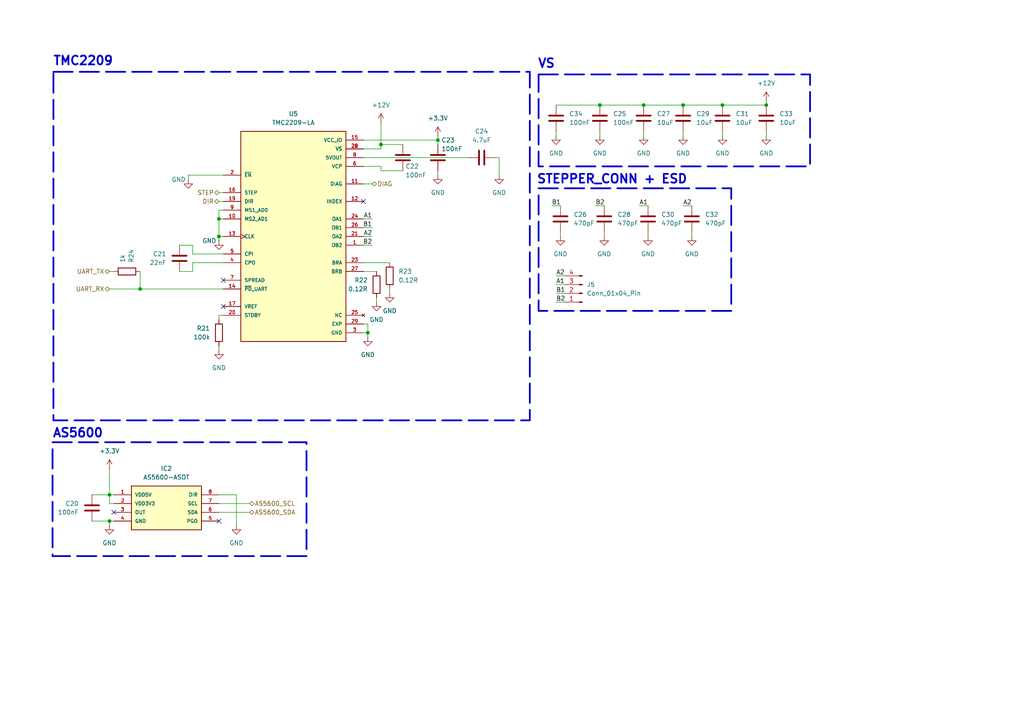
<source format=kicad_sch>
(kicad_sch (version 20231120) (generator "eeschema") (generator_version "8.0")
  (paper "A4")
  (title_block (title "Stepper_Motor_Control") (date "2025-12-15") (rev "V0.1") (company "Drag0th"))
  (lib_symbols
    (symbol "Connector:Conn_01x04_Pin" (pin_names (offset 1.016) hide)
      (property "Reference" "J" (at 0 5.08 0))
      (property "Value" "Conn_01x04_Pin" (at 0 -7.62 0))
      (symbol "Conn_01x04_Pin_1_1"
        (polyline (pts (xy 1.27 -5.08) (xy 0.8636 -5.08)) (stroke (width 0.1524)))
        (polyline (pts (xy 1.27 -2.54) (xy 0.8636 -2.54)) (stroke (width 0.1524)))
        (polyline (pts (xy 1.27 0) (xy 0.8636 0)) (stroke (width 0.1524)))
        (polyline (pts (xy 1.27 2.54) (xy 0.8636 2.54)) (stroke (width 0.1524)))
        (rectangle (start 0.8636 -4.953) (end 0 -5.207) (stroke (width 0.1524)) (fill (type outline)))
        (rectangle (start 0.8636 -2.413) (end 0 -2.667) (stroke (width 0.1524)) (fill (type outline)))
        (rectangle (start 0.8636 0.127) (end 0 -0.127) (stroke (width 0.1524)) (fill (type outline)))
        (rectangle (start 0.8636 2.667) (end 0 2.413) (stroke (width 0.1524)) (fill (type outline)))
        (pin passive line (at 5.08 2.54 180) (length 3.81) (name "Pin_1") (number "1"))
        (pin passive line (at 5.08 0 180) (length 3.81) (name "Pin_2") (number "2"))
        (pin passive line (at 5.08 -2.54 180) (length 3.81) (name "Pin_3") (number "3"))
        (pin passive line (at 5.08 -5.08 180) (length 3.81) (name "Pin_4") (number "4"))
      )
    )
    (symbol "Device:C" (pin_numbers hide) (pin_names (offset 0.254))
      (property "Reference" "C" (at 0.635 2.54 0))
      (property "Value" "C" (at 0.635 -2.54 0))
      (symbol "C_0_1"
        (polyline (pts (xy -2.032 -0.762) (xy 2.032 -0.762)) (stroke (width 0.508)))
        (polyline (pts (xy -2.032 0.762) (xy 2.032 0.762)) (stroke (width 0.508)))
      )
      (symbol "C_1_1"
        (pin passive line (at 0 3.81 270) (length 2.794) (name "~") (number "1"))
        (pin passive line (at 0 -3.81 90) (length 2.794) (name "~") (number "2"))
      )
    )
    (symbol "Device:R" (pin_numbers hide) (pin_names (offset 0))
      (property "Reference" "R" (at 2.032 0 90))
      (property "Value" "R" (at 0 0 90))
      (symbol "R_0_1"
        (rectangle (start -1.016 -2.54) (end 1.016 2.54) (stroke (width 0.254)))
      )
      (symbol "R_1_1"
        (pin passive line (at 0 3.81 270) (length 1.27) (name "~") (number "1"))
        (pin passive line (at 0 -3.81 90) (length 1.27) (name "~") (number "2"))
      )
    )
    (symbol "KSZ_KiCad_Symbol_Library:AS5600-ASOT" (pin_names (offset 1.016))
      (property "Reference" "IC" (at 6.35 5.08 0))
      (property "Value" "AS5600-ASOT" (at 6.35 -12.7 0))
      (symbol "AS5600-ASOT_0_0"
        (rectangle (start 5.08 2.54) (end 25.4 -10.16) (stroke (width 0.254)) (fill (type background)))
      )
      (symbol "AS5600-ASOT_1_0"
        (pin passive line (at 0 0 0) (length 5.08) (name "VDD5V") (number "1"))
        (pin passive line (at 0 -2.54 0) (length 5.08) (name "VDD3V3") (number "2"))
        (pin passive line (at 0 -5.08 0) (length 5.08) (name "OUT") (number "3"))
        (pin passive line (at 0 -7.62 0) (length 5.08) (name "GND") (number "4"))
        (pin passive line (at 30.48 -7.62 180) (length 5.08) (name "PGO") (number "5"))
        (pin passive line (at 30.48 -5.08 180) (length 5.08) (name "SDA") (number "6"))
        (pin passive line (at 30.48 -2.54 180) (length 5.08) (name "SCL") (number "7"))
        (pin passive line (at 30.48 0 180) (length 5.08) (name "DIR") (number "8"))
      )
    )
    (symbol "KSZ_KiCad_Symbol_Library:TMC2209-LA" (pin_names (offset 1.016))
      (property "Reference" "U" (at -15.24 30.48 0))
      (property "Value" "TMC2209-LA" (at -15.24 -33.02 0))
      (symbol "TMC2209-LA_0_0"
        (rectangle (start -15.24 -30.48) (end 15.24 30.48) (stroke (width 0.254)) (fill (type background)))
        (pin output line (at 20.32 -2.54 180) (length 5.08) (name "OB2") (number "1"))
        (pin input line (at -20.32 5.08 0) (length 5.08) (name "MS2_AD1") (number "10"))
        (pin output line (at 20.32 15.24 180) (length 5.08) (name "DIAG") (number "11"))
        (pin output line (at 20.32 10.16 180) (length 5.08) (name "INDEX") (number "12"))
        (pin input clock (at -20.32 0 0) (length 5.08) (name "CLK") (number "13"))
        (pin bidirectional line (at -20.32 -15.24 0) (length 5.08) (name "~{PD}_UART") (number "14"))
        (pin input line (at -20.32 12.7 0) (length 5.08) (name "STEP") (number "16"))
        (pin input line (at -20.32 -20.32 0) (length 5.08) (name "VREF") (number "17"))
        (pin power_in line (at 20.32 -27.94 180) (length 5.08) hide (name "GND") (number "18"))
        (pin input line (at -20.32 10.16 0) (length 5.08) (name "DIR") (number "19"))
        (pin input line (at -20.32 17.78 0) (length 5.08) (name "~{EN}") (number "2"))
        (pin input line (at -20.32 -22.86 0) (length 5.08) (name "STDBY") (number "20"))
        (pin output line (at 20.32 0 180) (length 5.08) (name "OA2") (number "21"))
        (pin bidirectional line (at 20.32 -7.62 180) (length 5.08) (name "BRA") (number "23"))
        (pin output line (at 20.32 5.08 180) (length 5.08) (name "OA1") (number "24"))
        (pin no_connect line (at 20.32 -22.86 180) (length 5.08) (name "NC") (number "25"))
        (pin output line (at 20.32 2.54 180) (length 5.08) (name "OB1") (number "26"))
        (pin bidirectional line (at 20.32 -10.16 180) (length 5.08) (name "BRB") (number "27"))
        (pin power_in line (at 20.32 -25.4 180) (length 5.08) (name "EXP") (number "29"))
        (pin power_in line (at 20.32 -27.94 180) (length 5.08) (name "GND") (number "3"))
        (pin output line (at -20.32 -7.62 0) (length 5.08) (name "CPO") (number "4"))
        (pin input line (at -20.32 -5.08 0) (length 5.08) (name "CPI") (number "5"))
        (pin input line (at -20.32 -12.7 0) (length 5.08) (name "SPREAD") (number "7"))
        (pin input line (at -20.32 7.62 0) (length 5.08) (name "MS1_AD0") (number "9"))
      )
      (symbol "TMC2209-LA_1_0"
        (pin passive line (at 20.32 27.94 180) (length 5.08) (name "VCC_IO") (number "15"))
        (pin passive line (at 20.32 25.4 180) (length 5.08) (name "VS") (number "22"))
        (pin power_in line (at 20.32 25.4 180) (length 5.08) (name "VS") (number "28"))
        (pin passive line (at 20.32 20.32 180) (length 5.08) (name "VCP") (number "6"))
        (pin passive line (at 20.32 22.86 180) (length 5.08) (name "5VOUT") (number "8"))
      )
    )
    (symbol "power:+12V" (power) (pin_numbers hide) (pin_names (offset 0) hide)
      (property "Value" "+12V" (at 0 3.556 0))
      (symbol "+12V_0_1"
        (polyline (pts (xy -0.762 1.27) (xy 0 2.54)))
        (polyline (pts (xy 0 0) (xy 0 2.54)))
        (polyline (pts (xy 0 2.54) (xy 0.762 1.27)))
      )
      (symbol "+12V_1_1"
        (pin power_in line (at 0 0 90) (length 0) (name "~") (number "1"))
      )
    )
    (symbol "power:+3.3V" (power) (pin_numbers hide) (pin_names (offset 0) hide)
      (property "Value" "+3.3V" (at 0 3.556 0))
      (symbol "+3.3V_0_1"
        (polyline (pts (xy -0.762 1.27) (xy 0 2.54)))
        (polyline (pts (xy 0 0) (xy 0 2.54)))
        (polyline (pts (xy 0 2.54) (xy 0.762 1.27)))
      )
      (symbol "+3.3V_1_1"
        (pin power_in line (at 0 0 90) (length 0) (name "~") (number "1"))
      )
    )
    (symbol "power:GND" (power) (pin_numbers hide) (pin_names (offset 0) hide)
      (property "Value" "GND" (at 0 -3.81 0))
      (symbol "GND_0_1"
        (polyline (pts (xy 0 0) (xy 0 -1.27) (xy 1.27 -1.27) (xy 0 -2.54) (xy -1.27 -1.27) (xy 0 -1.27)))
      )
      (symbol "GND_1_1"
        (pin power_in line (at 0 0 270) (length 0) (name "~") (number "1"))
      )
    )
  )
  (junction (at 106.68 96.52))
  (junction (at 127 40.64))
  (junction (at 40.64 83.82))
  (junction (at 31.75 143.51))
  (junction (at 110.49 41.91))
  (junction (at 63.5 68.58))
  (junction (at 222.25 30.48))
  (junction (at 63.5 63.5))
  (junction (at 198.12 30.48))
  (junction (at 173.99 30.48))
  (junction (at 209.55 30.48))
  (junction (at 31.75 151.13))
  (junction (at 186.69 30.48))
  (no_connect (at 33.02 148.59))
  (no_connect (at 63.5 151.13))
  (no_connect (at 64.77 81.28))
  (no_connect (at 105.41 58.42))
  (no_connect (at 64.77 88.9))
  (wire (pts (xy 186.69 38.1) (xy 186.69 39.37)))
  (wire (pts (xy 173.99 30.48) (xy 186.69 30.48)))
  (wire (pts (xy 110.49 43.18) (xy 110.49 41.91)))
  (wire (pts (xy 200.66 67.31) (xy 200.66 68.58)))
  (wire (pts (xy 63.5 91.44) (xy 64.77 91.44)))
  (wire (pts (xy 63.5 148.59) (xy 72.39 148.59)))
  (wire (pts (xy 144.78 45.72) (xy 144.78 50.8)))
  (wire (pts (xy 105.41 63.5) (xy 107.95 63.5)))
  (wire (pts (xy 105.41 66.04) (xy 107.95 66.04)))
  (wire (pts (xy 175.26 67.31) (xy 175.26 68.58)))
  (wire (pts (xy 40.64 83.82) (xy 64.77 83.82)))
  (wire (pts (xy 106.68 93.98) (xy 106.68 96.52)))
  (wire (pts (xy 31.75 143.51) (xy 33.02 143.51)))
  (wire (pts (xy 105.41 48.26) (xy 110.49 48.26)))
  (wire (pts (xy 186.69 30.48) (xy 198.12 30.48)))
  (wire (pts (xy 105.41 96.52) (xy 106.68 96.52)))
  (wire (pts (xy 26.67 151.13) (xy 31.75 151.13)))
  (wire (pts (xy 162.56 59.69) (xy 160.02 59.69)))
  (wire (pts (xy 52.07 78.74) (xy 55.88 78.74)))
  (wire (pts (xy 68.58 143.51) (xy 68.58 152.4)))
  (wire (pts (xy 110.49 49.53) (xy 110.49 48.26)))
  (wire (pts (xy 64.77 73.66) (xy 55.88 73.66)))
  (wire (pts (xy 105.41 43.18) (xy 110.49 43.18)))
  (wire (pts (xy 105.41 93.98) (xy 106.68 93.98)))
  (wire (pts (xy 63.5 143.51) (xy 68.58 143.51)))
  (wire (pts (xy 63.5 100.33) (xy 63.5 101.6)))
  (wire (pts (xy 105.41 71.12) (xy 107.95 71.12)))
  (wire (pts (xy 63.5 60.96) (xy 63.5 63.5)))
  (wire (pts (xy 161.29 38.1) (xy 161.29 39.37)))
  (wire (pts (xy 162.56 67.31) (xy 162.56 68.58)))
  (wire (pts (xy 106.68 96.52) (xy 106.68 97.79)))
  (wire (pts (xy 127 49.53) (xy 127 50.8)))
  (wire (pts (xy 163.83 85.09) (xy 161.29 85.09)))
  (wire (pts (xy 175.26 59.69) (xy 172.72 59.69)))
  (wire (pts (xy 63.5 58.42) (xy 64.77 58.42)))
  (wire (pts (xy 33.02 151.13) (xy 31.75 151.13)))
  (wire (pts (xy 209.55 38.1) (xy 209.55 39.37)))
  (wire (pts (xy 198.12 38.1) (xy 198.12 39.37)))
  (wire (pts (xy 105.41 45.72) (xy 135.89 45.72)))
  (wire (pts (xy 163.83 87.63) (xy 161.29 87.63)))
  (wire (pts (xy 144.78 45.72) (xy 143.51 45.72)))
  (wire (pts (xy 209.55 30.48) (xy 222.25 30.48)))
  (wire (pts (xy 110.49 35.56) (xy 110.49 41.91)))
  (wire (pts (xy 31.75 143.51) (xy 31.75 146.05)))
  (wire (pts (xy 110.49 41.91) (xy 116.84 41.91)))
  (wire (pts (xy 31.75 135.89) (xy 31.75 143.51)))
  (wire (pts (xy 31.75 151.13) (xy 31.75 152.4)))
  (wire (pts (xy 105.41 78.74) (xy 109.22 78.74)))
  (wire (pts (xy 105.41 68.58) (xy 107.95 68.58)))
  (wire (pts (xy 187.96 67.31) (xy 187.96 68.58)))
  (wire (pts (xy 163.83 82.55) (xy 161.29 82.55)))
  (wire (pts (xy 26.67 143.51) (xy 31.75 143.51)))
  (wire (pts (xy 31.75 83.82) (xy 40.64 83.82)))
  (wire (pts (xy 63.5 68.58) (xy 63.5 69.85)))
  (wire (pts (xy 63.5 91.44) (xy 63.5 92.71)))
  (wire (pts (xy 40.64 83.82) (xy 40.64 78.74)))
  (wire (pts (xy 198.12 30.48) (xy 209.55 30.48)))
  (wire (pts (xy 33.02 146.05) (xy 31.75 146.05)))
  (wire (pts (xy 116.84 49.53) (xy 110.49 49.53)))
  (wire (pts (xy 200.66 59.69) (xy 198.12 59.69)))
  (wire (pts (xy 105.41 53.34) (xy 107.95 53.34)))
  (wire (pts (xy 127 40.64) (xy 127 41.91)))
  (wire (pts (xy 127 39.37) (xy 127 40.64)))
  (wire (pts (xy 161.29 30.48) (xy 173.99 30.48)))
  (wire (pts (xy 163.83 80.01) (xy 161.29 80.01)))
  (wire (pts (xy 64.77 50.8) (xy 54.61 50.8)))
  (wire (pts (xy 63.5 55.88) (xy 64.77 55.88)))
  (wire (pts (xy 105.41 40.64) (xy 127 40.64)))
  (wire (pts (xy 105.41 76.2) (xy 113.03 76.2)))
  (wire (pts (xy 63.5 63.5) (xy 63.5 68.58)))
  (wire (pts (xy 55.88 76.2) (xy 55.88 78.74)))
  (wire (pts (xy 64.77 63.5) (xy 63.5 63.5)))
  (wire (pts (xy 33.02 78.74) (xy 31.75 78.74)))
  (wire (pts (xy 173.99 38.1) (xy 173.99 39.37)))
  (wire (pts (xy 222.25 29.21) (xy 222.25 30.48)))
  (wire (pts (xy 55.88 76.2) (xy 64.77 76.2)))
  (wire (pts (xy 52.07 71.12) (xy 55.88 71.12)))
  (wire (pts (xy 64.77 68.58) (xy 63.5 68.58)))
  (wire (pts (xy 55.88 73.66) (xy 55.88 71.12)))
  (wire (pts (xy 113.03 83.82) (xy 113.03 85.09)))
  (wire (pts (xy 63.5 146.05) (xy 72.39 146.05)))
  (wire (pts (xy 187.96 59.69) (xy 185.42 59.69)))
  (wire (pts (xy 222.25 38.1) (xy 222.25 39.37)))
  (wire (pts (xy 54.61 50.8) (xy 54.61 52.07)))
  (wire (pts (xy 109.22 86.36) (xy 109.22 87.63)))
  (wire (pts (xy 64.77 60.96) (xy 63.5 60.96)))
  (rectangle (start 156.21 54.61) (end 212.09 90.17) (stroke (width 0.508) (type dash)))
  (rectangle (start 15.24 128.27) (end 88.9 161.29) (stroke (width 0.508) (type dash)))
  (rectangle (start 156.21 21.59) (end 234.95 48.26) (stroke (width 0.508) (type dash)))
  (rectangle (start 15.494 20.828) (end 153.67 121.92) (stroke (width 0.508) (type dash)))
  (text "TMC2209" (at 24.13 17.78 0) (effects (font (size 2.54 2.54) (thickness 0.508) (bold yes))))
  (text "STEPPER_CONN + ESD" (at 177.546 52.07 0) (effects (font (size 2.54 2.54) (thickness 0.508) (bold yes))))
  (text "AS5600\n" (at 22.606 125.73 0) (effects (font (size 2.54 2.54) (thickness 0.508) (bold yes))))
  (text "VS" (at 158.496 18.542 0) (effects (font (size 2.54 2.54) (thickness 0.508) (bold yes))))
  (label "B2" (at 161.29 87.63 0))
  (label "A1" (at 107.95 63.5 180))
  (label "A1" (at 161.29 82.55 0))
  (label "A2" (at 198.12 59.69 0))
  (label "A2" (at 161.29 80.01 0))
  (label "B1" (at 160.02 59.69 0))
  (label "A1" (at 185.42 59.69 0))
  (label "B1" (at 107.95 66.04 180))
  (label "B2" (at 172.72 59.69 0))
  (label "B2" (at 107.95 71.12 180))
  (label "B1" (at 161.29 85.09 0))
  (label "A2" (at 107.95 68.58 180))
  (hierarchical_label "AS5600_SCL" (shape bidirectional) (at 72.39 146.05 0))
  (hierarchical_label "AS5600_SDA" (shape bidirectional) (at 72.39 148.59 0))
  (hierarchical_label "UART_TX" (shape bidirectional) (at 31.75 78.74 180))
  (hierarchical_label "STEP" (shape bidirectional) (at 63.5 55.88 180))
  (hierarchical_label "UART_RX" (shape bidirectional) (at 31.75 83.82 180))
  (hierarchical_label "DIR" (shape bidirectional) (at 63.5 58.42 180))
  (hierarchical_label "DIAG" (shape bidirectional) (at 107.95 53.34 0))
  (symbol (lib_id "power:GND") (at 175.26 68.58 0) (unit 1)
    (property "Reference" "#PWR070" (effects (hide yes)))
    (property "Value" "GND" (at 175.26 73.66 0))
    (property "Description" "Power symbol creates a global label with name \"GND\" , ground" (effects (hide yes)))
  )
  (symbol (lib_id "Device:C") (at 198.12 34.29 0) (unit 1)
    (property "Reference" "C29" (at 201.93 33.0199 0) (effects (justify left)))
    (property "Value" "10uF" (at 201.93 35.5599 0) (effects (justify left)))
    (property "Footprint" "Capacitor_SMD:C_0603_1608Metric_Pad1.08x0.95mm_HandSolder" (effects (hide yes)))
    (property "Description" "Unpolarized capacitor" (effects (hide yes)))
  )
  (symbol (lib_id "power:GND") (at 31.75 152.4 0) (unit 1)
    (property "Reference" "#PWR076" (effects (hide yes)))
    (property "Value" "GND" (at 31.75 157.48 0))
    (property "Description" "Power symbol creates a global label with name \"GND\" , ground" (effects (hide yes)))
  )
  (symbol (lib_id "Device:C") (at 139.7 45.72 90) (unit 1)
    (property "Reference" "C24" (at 139.7 38.1 90))
    (property "Value" "4.7uF" (at 139.7 40.64 90))
    (property "Footprint" "Capacitor_SMD:C_0402_1005Metric_Pad0.74x0.62mm_HandSolder" (effects (hide yes)))
    (property "Description" "Unpolarized capacitor" (effects (hide yes)))
  )
  (symbol (lib_id "power:GND") (at 198.12 39.37 0) (unit 1)
    (property "Reference" "#PWR052" (effects (hide yes)))
    (property "Value" "GND" (at 198.12 44.45 0))
    (property "Description" "Power symbol creates a global label with name \"GND\" , ground" (effects (hide yes)))
  )
  (symbol (lib_id "power:GND") (at 109.22 87.63 0) (unit 1)
    (property "Reference" "#PWR060" (effects (hide yes)))
    (property "Value" "GND" (at 109.22 92.71 0))
    (property "Description" "Power symbol creates a global label with name \"GND\" , ground" (effects (hide yes)))
  )
  (symbol (lib_id "Device:R") (at 36.83 78.74 270) (mirror x) (unit 1)
    (property "Reference" "R24" (at 38.1001 76.2 0) (effects (justify left)))
    (property "Value" "1k" (at 35.5601 76.2 0) (effects (justify left)))
    (property "Footprint" "Resistor_SMD:R_0402_1005Metric_Pad0.72x0.64mm_HandSolder" (effects (hide yes)))
    (property "Description" "Resistor" (effects (hide yes)))
  )
  (symbol (lib_id "power:GND") (at 106.68 97.79 0) (unit 1)
    (property "Reference" "#PWR058" (effects (hide yes)))
    (property "Value" "GND" (at 106.68 102.87 0))
    (property "Description" "Power symbol creates a global label with name \"GND\" , ground" (effects (hide yes)))
  )
  (symbol (lib_id "power:+12V") (at 110.49 35.56 0) (unit 1)
    (property "Reference" "#PWR096" (effects (hide yes)))
    (property "Value" "+12V" (at 110.49 30.48 0))
    (property "Description" "Power symbol creates a global label with name \"+12V\"" (effects (hide yes)))
  )
  (symbol (lib_id "Device:C") (at 187.96 63.5 0) (unit 1)
    (property "Reference" "C30" (at 191.77 62.2299 0) (effects (justify left)))
    (property "Value" "470pF" (at 191.77 64.7699 0) (effects (justify left)))
    (property "Footprint" "Capacitor_SMD:C_0402_1005Metric_Pad0.74x0.62mm_HandSolder" (effects (hide yes)))
    (property "Description" "Unpolarized capacitor" (effects (hide yes)))
  )
  (symbol (lib_id "power:GND") (at 54.61 52.07 0) (unit 1)
    (property "Reference" "#PWR057" (effects (hide yes)))
    (property "Value" "GND" (at 51.816 52.07 0))
    (property "Description" "Power symbol creates a global label with name \"GND\" , ground" (effects (hide yes)))
  )
  (symbol (lib_id "Device:C") (at 161.29 34.29 0) (unit 1)
    (property "Reference" "C34" (at 165.1 33.0199 0) (effects (justify left)))
    (property "Value" "100nF" (at 165.1 35.5599 0) (effects (justify left)))
    (property "Footprint" "Capacitor_SMD:C_0402_1005Metric_Pad0.74x0.62mm_HandSolder" (effects (hide yes)))
    (property "Description" "Unpolarized capacitor" (effects (hide yes)))
  )
  (symbol (lib_id "Device:C") (at 209.55 34.29 0) (unit 1)
    (property "Reference" "C31" (at 213.36 33.0199 0) (effects (justify left)))
    (property "Value" "10uF" (at 213.36 35.5599 0) (effects (justify left)))
    (property "Footprint" "Capacitor_SMD:C_0603_1608Metric_Pad1.08x0.95mm_HandSolder" (effects (hide yes)))
    (property "Description" "Unpolarized capacitor" (effects (hide yes)))
  )
  (symbol (lib_id "power:GND") (at 186.69 39.37 0) (unit 1)
    (property "Reference" "#PWR051" (effects (hide yes)))
    (property "Value" "GND" (at 186.69 44.45 0))
    (property "Description" "Power symbol creates a global label with name \"GND\" , ground" (effects (hide yes)))
  )
  (symbol (lib_id "power:GND") (at 161.29 39.37 0) (unit 1)
    (property "Reference" "#PWR033" (effects (hide yes)))
    (property "Value" "GND" (at 161.29 44.45 0))
    (property "Description" "Power symbol creates a global label with name \"GND\" , ground" (effects (hide yes)))
  )
  (symbol (lib_id "Device:C") (at 116.84 45.72 0) (unit 1)
    (property "Reference" "C22" (at 117.602 48.26 0) (effects (justify left)))
    (property "Value" "100nF" (at 117.602 50.8 0) (effects (justify left)))
    (property "Footprint" "Capacitor_SMD:C_0402_1005Metric_Pad0.74x0.62mm_HandSolder" (effects (hide yes)))
    (property "Description" "Unpolarized capacitor" (effects (hide yes)))
  )
  (symbol (lib_id "Device:R") (at 109.22 82.55 0) (mirror y) (unit 1)
    (property "Reference" "R22" (at 106.68 81.2799 0) (effects (justify left)))
    (property "Value" "0.12R" (at 106.68 83.8199 0) (effects (justify left)))
    (property "Footprint" "Resistor_SMD:R_2010_5025Metric_Pad1.40x2.65mm_HandSolder" (effects (hide yes)))
    (property "Description" "Resistor" (effects (hide yes)))
  )
  (symbol (lib_id "Device:C") (at 200.66 63.5 0) (unit 1)
    (property "Reference" "C32" (at 204.47 62.2299 0) (effects (justify left)))
    (property "Value" "470pF" (at 204.47 64.7699 0) (effects (justify left)))
    (property "Footprint" "Capacitor_SMD:C_0402_1005Metric_Pad0.74x0.62mm_HandSolder" (effects (hide yes)))
    (property "Description" "Unpolarized capacitor" (effects (hide yes)))
  )
  (symbol (lib_id "power:GND") (at 63.5 69.85 0) (unit 1)
    (property "Reference" "#PWR059" (effects (hide yes)))
    (property "Value" "GND" (at 60.706 69.85 0))
    (property "Description" "Power symbol creates a global label with name \"GND\" , ground" (effects (hide yes)))
  )
  (symbol (lib_id "power:GND") (at 162.56 68.58 0) (unit 1)
    (property "Reference" "#PWR069" (effects (hide yes)))
    (property "Value" "GND" (at 162.56 73.66 0))
    (property "Description" "Power symbol creates a global label with name \"GND\" , ground" (effects (hide yes)))
  )
  (symbol (lib_id "power:GND") (at 63.5 101.6 0) (unit 1)
    (property "Reference" "#PWR061" (effects (hide yes)))
    (property "Value" "GND" (at 63.5 106.68 0))
    (property "Description" "Power symbol creates a global label with name \"GND\" , ground" (effects (hide yes)))
  )
  (symbol (lib_id "power:GND") (at 173.99 39.37 0) (unit 1)
    (property "Reference" "#PWR050" (effects (hide yes)))
    (property "Value" "GND" (at 173.99 44.45 0))
    (property "Description" "Power symbol creates a global label with name \"GND\" , ground" (effects (hide yes)))
  )
  (symbol (lib_id "KSZ_KiCad_Symbol_Library:TMC2209-LA") (at 85.09 68.58 0) (unit 1)
    (property "Reference" "U5" (at 85.09 33.02 0))
    (property "Value" "TMC2209-LA" (at 85.09 35.56 0))
    (property "Footprint" "KSZ_KiCad_Footprint_Library:QFN50P500X500X90-29N" (effects (hide yes)))
    (property "MF" "Trinamic" (effects (hide yes)))
    (property "MAXIMUM_PACKAGE_HEIGHT" "0.90mm" (effects (hide yes)))
    (property "Package" "VFQFN-28 Trinamic" (effects (hide yes)))
    (property "Price" "None" (effects (hide yes)))
    (property "Check_prices" "https://www.snapeda.com/parts/TMC2209-LA/Trinamic/view-part/?ref=eda" (effects (hide yes)))
    (property "STANDARD" "IPC-7351B" (effects (hide yes)))
    (property "PARTREV" "1.08" (effects (hide yes)))
    (property "SnapEDA_Link" "https://www.snapeda.com/parts/TMC2209-LA/Trinamic/view-part/?ref=snap" (effects (hide yes)))
    (property "MP" "TMC2209-LA" (effects (hide yes)))
    (property "Description_1" "\n                        \n                            Motor / Motion / Ignition Controllers & Drivers Silent stepper motor driver 5 to 36V, up to 1.4A with S/D and UART Interface, 256  Steps, SpreadCycle and Stealthchop2\n                        \n" (effects (hide yes)))
    (property "MANUFACTURER" "Trinamic" (effects (hide yes)))
    (property "Availability" "Not in stock" (effects (hide yes)))
    (property "SNAPEDA_PN" "TMC2209-LA" (effects (hide yes)))
  )
  (symbol (lib_id "Device:C") (at 175.26 63.5 0) (unit 1)
    (property "Reference" "C28" (at 179.07 62.2299 0) (effects (justify left)))
    (property "Value" "470pF" (at 179.07 64.7699 0) (effects (justify left)))
    (property "Footprint" "Capacitor_SMD:C_0402_1005Metric_Pad0.74x0.62mm_HandSolder" (effects (hide yes)))
    (property "Description" "Unpolarized capacitor" (effects (hide yes)))
  )
  (symbol (lib_id "Device:C") (at 26.67 147.32 0) (unit 1)
    (property "Reference" "C20" (at 22.86 146.0499 0) (effects (justify right)))
    (property "Value" "100nF" (at 22.86 148.5899 0) (effects (justify right)))
    (property "Footprint" "Capacitor_SMD:C_0402_1005Metric_Pad0.74x0.62mm_HandSolder" (effects (hide yes)))
    (property "Description" "Unpolarized capacitor" (effects (hide yes)))
  )
  (symbol (lib_id "Device:C") (at 127 45.72 0) (unit 1)
    (property "Reference" "C23" (at 128.016 40.64 0) (effects (justify left)))
    (property "Value" "100nF" (at 128.016 43.18 0) (effects (justify left)))
    (property "Footprint" "Capacitor_SMD:C_0402_1005Metric_Pad0.74x0.62mm_HandSolder" (effects (hide yes)))
    (property "Description" "Unpolarized capacitor" (effects (hide yes)))
  )
  (symbol (lib_id "Device:C") (at 162.56 63.5 0) (unit 1)
    (property "Reference" "C26" (at 166.37 62.2299 0) (effects (justify left)))
    (property "Value" "470pF" (at 166.37 64.7699 0) (effects (justify left)))
    (property "Footprint" "Capacitor_SMD:C_0402_1005Metric_Pad0.74x0.62mm_HandSolder" (effects (hide yes)))
    (property "Description" "Unpolarized capacitor" (effects (hide yes)))
  )
  (symbol (lib_id "Device:C") (at 222.25 34.29 0) (unit 1)
    (property "Reference" "C33" (at 226.06 33.0199 0) (effects (justify left)))
    (property "Value" "10uF" (at 226.06 35.5599 0) (effects (justify left)))
    (property "Footprint" "Capacitor_SMD:C_0603_1608Metric_Pad1.08x0.95mm_HandSolder" (effects (hide yes)))
    (property "Description" "Unpolarized capacitor" (effects (hide yes)))
  )
  (symbol (lib_id "power:+12V") (at 222.25 29.21 0) (unit 1)
    (property "Reference" "#PWR068" (effects (hide yes)))
    (property "Value" "+12V" (at 222.25 24.13 0))
    (property "Description" "Power symbol creates a global label with name \"+12V\"" (effects (hide yes)))
  )
  (symbol (lib_id "power:+3.3V") (at 127 39.37 0) (unit 1)
    (property "Reference" "#PWR063" (effects (hide yes)))
    (property "Value" "+3.3V" (at 127 34.29 0))
    (property "Description" "Power symbol creates a global label with name \"+3.3V\"" (effects (hide yes)))
  )
  (symbol (lib_id "Device:C") (at 186.69 34.29 0) (unit 1)
    (property "Reference" "C27" (at 190.5 33.0199 0) (effects (justify left)))
    (property "Value" "10uF" (at 190.5 35.5599 0) (effects (justify left)))
    (property "Footprint" "Capacitor_SMD:C_0603_1608Metric_Pad1.08x0.95mm_HandSolder" (effects (hide yes)))
    (property "Description" "Unpolarized capacitor" (effects (hide yes)))
  )
  (symbol (lib_id "power:GND") (at 187.96 68.58 0) (unit 1)
    (property "Reference" "#PWR071" (effects (hide yes)))
    (property "Value" "GND" (at 187.96 73.66 0))
    (property "Description" "Power symbol creates a global label with name \"GND\" , ground" (effects (hide yes)))
  )
  (symbol (lib_id "Device:C") (at 52.07 74.93 0) (unit 1)
    (property "Reference" "C21" (at 48.26 73.6599 0) (effects (justify right)))
    (property "Value" "22nF" (at 48.26 76.1999 0) (effects (justify right)))
    (property "Footprint" "Capacitor_SMD:C_0402_1005Metric_Pad0.74x0.62mm_HandSolder" (effects (hide yes)))
    (property "Description" "Unpolarized capacitor" (effects (hide yes)))
  )
  (symbol (lib_id "power:GND") (at 209.55 39.37 0) (unit 1)
    (property "Reference" "#PWR053" (effects (hide yes)))
    (property "Value" "GND" (at 209.55 44.45 0))
    (property "Description" "Power symbol creates a global label with name \"GND\" , ground" (effects (hide yes)))
  )
  (symbol (lib_id "power:GND") (at 127 50.8 0) (unit 1)
    (property "Reference" "#PWR056" (effects (hide yes)))
    (property "Value" "GND" (at 127 55.88 0))
    (property "Description" "Power symbol creates a global label with name \"GND\" , ground" (effects (hide yes)))
  )
  (symbol (lib_id "power:GND") (at 113.03 85.09 0) (unit 1)
    (property "Reference" "#PWR062" (effects (hide yes)))
    (property "Value" "GND" (at 113.03 90.17 0))
    (property "Description" "Power symbol creates a global label with name \"GND\" , ground" (effects (hide yes)))
  )
  (symbol (lib_id "power:GND") (at 68.58 152.4 0) (unit 1)
    (property "Reference" "#PWR077" (effects (hide yes)))
    (property "Value" "GND" (at 68.58 157.48 0))
    (property "Description" "Power symbol creates a global label with name \"GND\" , ground" (effects (hide yes)))
  )
  (symbol (lib_id "KSZ_KiCad_Symbol_Library:AS5600-ASOT") (at 33.02 143.51 0) (unit 1)
    (property "Reference" "IC2" (at 48.26 135.89 0))
    (property "Value" "AS5600-ASOT" (at 48.26 138.43 0))
    (property "Footprint" "KSZ_KiCad_Footprint_Library:SOIC127P600X175-8N" (effects (hide yes)))
    (property "Description" "Board Mount Hall Effect / Magnetic Sensors AS5600 Magnetic Sensor 12-Bit" (effects (hide yes)))
    (property "MANUFACTURER_NAME" "ams" (effects (hide yes)))
    (property "MF" "ams" (effects (hide yes)))
    (property "MOUSER_PRICE-STOCK" "https://www.mouser.co.uk/ProductDetail/ams/AS5600-ASOT?qs=KTMMzrZdriGJpjhsnAEYBA%3D%3D" (effects (hide yes)))
    (property "MOUSER_PART_NUMBER" "985-AS5600-ASOT" (effects (hide yes)))
    (property "Price" "None" (effects (hide yes)))
    (property "Package" "SOIC-8 ams" (effects (hide yes)))
    (property "Check_prices" "https://www.snapeda.com/parts/AS5600-ASOT/ams/view-part/?ref=eda" (effects (hide yes)))
    (property "HEIGHT" "1.75mm" (effects (hide yes)))
    (property "MP" "AS5600-ASOT" (effects (hide yes)))
    (property "SnapEDA_Link" "https://www.snapeda.com/parts/AS5600-ASOT/ams/view-part/?ref=snap" (effects (hide yes)))
    (property "ARROW_PRICE-STOCK" "https://www.arrow.com/en/products/as5600-asot/ams-ag?region=nac" (effects (hide yes)))
    (property "ARROW_PART_NUMBER" "AS5600-ASOT" (effects (hide yes)))
    (property "Purchase-URL" "https://www.snapeda.com/api/url_track_click_mouser/?unipart_id=2474367&manufacturer=ams&part_name=AS5600-ASOT&search_term=as5600" (effects (hide yes)))
    (property "Description_1" "\n                        \n                            Hall Effect Sensor Angle External Magnet, Not Included Gull Wing\n                        \n" (effects (hide yes)))
    (property "Availability" "In Stock" (effects (hide yes)))
    (property "MANUFACTURER_PART_NUMBER" "AS5600-ASOT" (effects (hide yes)))
  )
  (symbol (lib_id "power:+3.3V") (at 31.75 135.89 0) (unit 1)
    (property "Reference" "#PWR075" (effects (hide yes)))
    (property "Value" "+3.3V" (at 31.75 130.81 0))
    (property "Description" "Power symbol creates a global label with name \"+3.3V\"" (effects (hide yes)))
  )
  (symbol (lib_id "power:GND") (at 144.78 50.8 0) (unit 1)
    (property "Reference" "#PWR055" (effects (hide yes)))
    (property "Value" "GND" (at 144.78 55.88 0))
    (property "Description" "Power symbol creates a global label with name \"GND\" , ground" (effects (hide yes)))
  )
  (symbol (lib_id "Device:R") (at 63.5 96.52 0) (mirror y) (unit 1)
    (property "Reference" "R21" (at 60.96 95.2499 0) (effects (justify left)))
    (property "Value" "100k" (at 60.96 97.7899 0) (effects (justify left)))
    (property "Footprint" "Resistor_SMD:R_0402_1005Metric_Pad0.72x0.64mm_HandSolder" (effects (hide yes)))
    (property "Description" "Resistor" (effects (hide yes)))
  )
  (symbol (lib_id "Device:C") (at 173.99 34.29 0) (unit 1)
    (property "Reference" "C25" (at 177.8 33.0199 0) (effects (justify left)))
    (property "Value" "100nF" (at 177.8 35.5599 0) (effects (justify left)))
    (property "Footprint" "Capacitor_SMD:C_0402_1005Metric_Pad0.74x0.62mm_HandSolder" (effects (hide yes)))
    (property "Description" "Unpolarized capacitor" (effects (hide yes)))
  )
  (symbol (lib_id "power:GND") (at 200.66 68.58 0) (unit 1)
    (property "Reference" "#PWR072" (effects (hide yes)))
    (property "Value" "GND" (at 200.66 73.66 0))
    (property "Description" "Power symbol creates a global label with name \"GND\" , ground" (effects (hide yes)))
  )
  (symbol (lib_id "power:GND") (at 222.25 39.37 0) (unit 1)
    (property "Reference" "#PWR054" (effects (hide yes)))
    (property "Value" "GND" (at 222.25 44.45 0))
    (property "Description" "Power symbol creates a global label with name \"GND\" , ground" (effects (hide yes)))
  )
  (symbol (lib_id "Connector:Conn_01x04_Pin") (at 168.91 85.09 180) (unit 1)
    (property "Reference" "J5" (at 170.18 82.5499 0) (effects (justify right)))
    (property "Value" "Conn_01x04_Pin" (at 170.18 85.0899 0) (effects (justify right)))
    (property "Footprint" "Connector_JST:JST_PH_S4B-PH-K_1x04_P2.00mm_Horizontal" (effects (hide yes)))
    (property "Description" "Generic connector, single row, 01x04, script generated" (effects (hide yes)))
  )
  (symbol (lib_id "Device:R") (at 113.03 80.01 0) (unit 1)
    (property "Reference" "R23" (at 115.57 78.7399 0) (effects (justify left)))
    (property "Value" "0.12R" (at 115.57 81.2799 0) (effects (justify left)))
    (property "Footprint" "Resistor_SMD:R_2010_5025Metric_Pad1.40x2.65mm_HandSolder" (effects (hide yes)))
    (property "Description" "Resistor" (effects (hide yes)))
  )
)
</source>
